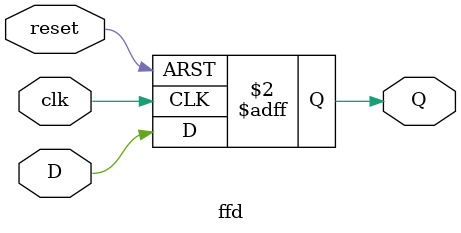
<source format=sv>
module johnsonCounter (clk, Q, reset);
	parameter n = 12;
	input reset;
	input clk;
	output [n-1:0] Q;
	
	genvar i;

	ffd f0 (~Q[n-1], clk, reset, Q[0]);
	ffd fn (Q[n-2], clk, reset, Q[n-1]);

	generate
		for (i = 1; i < n-1; i = i + 1) begin
			ffd f (Q[i-1], clk, reset, Q[i]);
		end
	endgenerate
endmodule

module ffd (input D, clk, reset, output Q);
	always @(posedge clk, posedge reset) begin
		if (reset) begin
			Q <= 0;
		end
		else begin
			Q <= D;
		end
	end
endmodule

</source>
